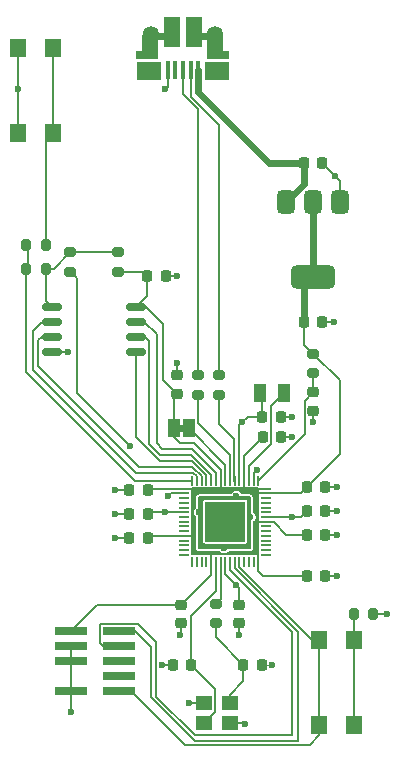
<source format=gbr>
%TF.GenerationSoftware,KiCad,Pcbnew,9.0.1*%
%TF.CreationDate,2025-04-23T18:23:55-07:00*%
%TF.ProjectId,rp2350,72703233-3530-42e6-9b69-6361645f7063,rev?*%
%TF.SameCoordinates,Original*%
%TF.FileFunction,Copper,L1,Top*%
%TF.FilePolarity,Positive*%
%FSLAX46Y46*%
G04 Gerber Fmt 4.6, Leading zero omitted, Abs format (unit mm)*
G04 Created by KiCad (PCBNEW 9.0.1) date 2025-04-23 18:23:55*
%MOMM*%
%LPD*%
G01*
G04 APERTURE LIST*
G04 Aperture macros list*
%AMRoundRect*
0 Rectangle with rounded corners*
0 $1 Rounding radius*
0 $2 $3 $4 $5 $6 $7 $8 $9 X,Y pos of 4 corners*
0 Add a 4 corners polygon primitive as box body*
4,1,4,$2,$3,$4,$5,$6,$7,$8,$9,$2,$3,0*
0 Add four circle primitives for the rounded corners*
1,1,$1+$1,$2,$3*
1,1,$1+$1,$4,$5*
1,1,$1+$1,$6,$7*
1,1,$1+$1,$8,$9*
0 Add four rect primitives between the rounded corners*
20,1,$1+$1,$2,$3,$4,$5,0*
20,1,$1+$1,$4,$5,$6,$7,0*
20,1,$1+$1,$6,$7,$8,$9,0*
20,1,$1+$1,$8,$9,$2,$3,0*%
G04 Aperture macros list end*
%TA.AperFunction,EtchedComponent*%
%ADD10C,0.000000*%
%TD*%
%TA.AperFunction,SMDPad,CuDef*%
%ADD11R,2.790000X0.740000*%
%TD*%
%TA.AperFunction,SMDPad,CuDef*%
%ADD12R,1.000000X1.500000*%
%TD*%
%TA.AperFunction,SMDPad,CuDef*%
%ADD13RoundRect,0.050000X-0.350000X-0.050000X0.350000X-0.050000X0.350000X0.050000X-0.350000X0.050000X0*%
%TD*%
%TA.AperFunction,SMDPad,CuDef*%
%ADD14RoundRect,0.050000X-0.050000X-0.350000X0.050000X-0.350000X0.050000X0.350000X-0.050000X0.350000X0*%
%TD*%
%TA.AperFunction,HeatsinkPad*%
%ADD15C,0.500000*%
%TD*%
%TA.AperFunction,HeatsinkPad*%
%ADD16R,3.400000X3.400000*%
%TD*%
%TA.AperFunction,SMDPad,CuDef*%
%ADD17R,1.400000X1.200000*%
%TD*%
%TA.AperFunction,SMDPad,CuDef*%
%ADD18R,1.825000X0.700000*%
%TD*%
%TA.AperFunction,SMDPad,CuDef*%
%ADD19R,2.000000X1.500000*%
%TD*%
%TA.AperFunction,SMDPad,CuDef*%
%ADD20R,1.350000X2.000000*%
%TD*%
%TA.AperFunction,HeatsinkPad*%
%ADD21O,1.350000X1.700000*%
%TD*%
%TA.AperFunction,HeatsinkPad*%
%ADD22O,1.100000X1.500000*%
%TD*%
%TA.AperFunction,SMDPad,CuDef*%
%ADD23R,1.430000X2.500000*%
%TD*%
%TA.AperFunction,SMDPad,CuDef*%
%ADD24R,0.400000X1.650000*%
%TD*%
%TA.AperFunction,SMDPad,CuDef*%
%ADD25RoundRect,0.200000X0.275000X-0.200000X0.275000X0.200000X-0.275000X0.200000X-0.275000X-0.200000X0*%
%TD*%
%TA.AperFunction,SMDPad,CuDef*%
%ADD26RoundRect,0.162500X-0.650000X-0.162500X0.650000X-0.162500X0.650000X0.162500X-0.650000X0.162500X0*%
%TD*%
%TA.AperFunction,SMDPad,CuDef*%
%ADD27RoundRect,0.200000X-0.200000X-0.275000X0.200000X-0.275000X0.200000X0.275000X-0.200000X0.275000X0*%
%TD*%
%TA.AperFunction,SMDPad,CuDef*%
%ADD28RoundRect,0.200000X0.200000X0.275000X-0.200000X0.275000X-0.200000X-0.275000X0.200000X-0.275000X0*%
%TD*%
%TA.AperFunction,SMDPad,CuDef*%
%ADD29RoundRect,0.225000X-0.225000X-0.250000X0.225000X-0.250000X0.225000X0.250000X-0.225000X0.250000X0*%
%TD*%
%TA.AperFunction,SMDPad,CuDef*%
%ADD30R,1.400000X1.600000*%
%TD*%
%TA.AperFunction,SMDPad,CuDef*%
%ADD31RoundRect,0.225000X0.225000X0.250000X-0.225000X0.250000X-0.225000X-0.250000X0.225000X-0.250000X0*%
%TD*%
%TA.AperFunction,SMDPad,CuDef*%
%ADD32RoundRect,0.200000X-0.275000X0.200000X-0.275000X-0.200000X0.275000X-0.200000X0.275000X0.200000X0*%
%TD*%
%TA.AperFunction,SMDPad,CuDef*%
%ADD33RoundRect,0.225000X-0.250000X0.225000X-0.250000X-0.225000X0.250000X-0.225000X0.250000X0.225000X0*%
%TD*%
%TA.AperFunction,SMDPad,CuDef*%
%ADD34R,1.000000X1.600000*%
%TD*%
%TA.AperFunction,SMDPad,CuDef*%
%ADD35RoundRect,0.375000X-0.375000X0.625000X-0.375000X-0.625000X0.375000X-0.625000X0.375000X0.625000X0*%
%TD*%
%TA.AperFunction,SMDPad,CuDef*%
%ADD36RoundRect,0.500000X-1.400000X0.500000X-1.400000X-0.500000X1.400000X-0.500000X1.400000X0.500000X0*%
%TD*%
%TA.AperFunction,SMDPad,CuDef*%
%ADD37RoundRect,0.225000X0.250000X-0.225000X0.250000X0.225000X-0.250000X0.225000X-0.250000X-0.225000X0*%
%TD*%
%TA.AperFunction,ViaPad*%
%ADD38C,0.600000*%
%TD*%
%TA.AperFunction,Conductor*%
%ADD39C,0.150000*%
%TD*%
%TA.AperFunction,Conductor*%
%ADD40C,0.200000*%
%TD*%
%TA.AperFunction,Conductor*%
%ADD41C,0.600000*%
%TD*%
%TA.AperFunction,Conductor*%
%ADD42C,0.100000*%
%TD*%
G04 APERTURE END LIST*
D10*
%TA.AperFunction,EtchedComponent*%
%TO.C,JP1*%
G36*
X120100000Y-85300000D02*
G01*
X119600000Y-85300000D01*
X119600000Y-84700000D01*
X120100000Y-84700000D01*
X120100000Y-85300000D01*
G37*
%TD.AperFunction*%
%TD*%
D11*
%TO.P,J1,01,01*%
%TO.N,+3V3*%
X110500000Y-102170000D03*
%TO.P,J1,02,02*%
%TO.N,/SWDIO*%
X114570000Y-102170000D03*
%TO.P,J1,03,03*%
%TO.N,GND*%
X110500000Y-103440000D03*
%TO.P,J1,04,04*%
%TO.N,/SWCLK*%
X114570000Y-103440000D03*
%TO.P,J1,05,05*%
%TO.N,GND*%
X110500000Y-104710000D03*
%TO.P,J1,06,06*%
%TO.N,unconnected-(J1-Pad06)*%
X114570000Y-104710000D03*
%TO.P,J1,08,08*%
%TO.N,unconnected-(J1-Pad08)*%
X114570000Y-105980000D03*
%TO.P,J1,09,09*%
%TO.N,GND*%
X110500000Y-107250000D03*
%TO.P,J1,10,10*%
%TO.N,/RUN*%
X114570000Y-107250000D03*
%TD*%
D12*
%TO.P,JP1,2,B*%
%TO.N,Net-(JP1-B)*%
X120500000Y-85000000D03*
%TO.P,JP1,1,A*%
%TO.N,+3V3*%
X119200000Y-85000000D03*
%TD*%
D13*
%TO.P,U4,1,IOVDD*%
%TO.N,+3V3*%
X120112500Y-90100000D03*
%TO.P,U4,2,GPIO0*%
%TO.N,/GPIO0*%
X120112500Y-90500000D03*
%TO.P,U4,3,GPIO1*%
%TO.N,unconnected-(U4-GPIO1-Pad3)*%
X120112500Y-90900000D03*
%TO.P,U4,4,GPIO2*%
%TO.N,unconnected-(U4-GPIO2-Pad4)*%
X120112500Y-91300000D03*
%TO.P,U4,5,GPIO3*%
%TO.N,unconnected-(U4-GPIO3-Pad5)*%
X120112500Y-91700000D03*
%TO.P,U4,6,DVDD*%
%TO.N,+1V1*%
X120112500Y-92100000D03*
%TO.P,U4,7,GPIO4*%
%TO.N,unconnected-(U4-GPIO4-Pad7)*%
X120112500Y-92500000D03*
%TO.P,U4,8,GPIO5*%
%TO.N,unconnected-(U4-GPIO5-Pad8)*%
X120112500Y-92900000D03*
%TO.P,U4,9,GPIO6*%
%TO.N,unconnected-(U4-GPIO6-Pad9)*%
X120112500Y-93300000D03*
%TO.P,U4,10,GPIO7*%
%TO.N,unconnected-(U4-GPIO7-Pad10)*%
X120112500Y-93700000D03*
%TO.P,U4,11,IOVDD*%
%TO.N,+3V3*%
X120112500Y-94100000D03*
%TO.P,U4,12,GPIO8*%
%TO.N,unconnected-(U4-GPIO8-Pad12)*%
X120112500Y-94500000D03*
%TO.P,U4,13,GPIO9*%
%TO.N,unconnected-(U4-GPIO9-Pad13)*%
X120112500Y-94900000D03*
%TO.P,U4,14,GPIO10*%
%TO.N,unconnected-(U4-GPIO10-Pad14)*%
X120112500Y-95300000D03*
%TO.P,U4,15,GPIO11*%
%TO.N,unconnected-(U4-GPIO11-Pad15)*%
X120112500Y-95700000D03*
D14*
%TO.P,U4,16,GPIO12*%
%TO.N,unconnected-(U4-GPIO12-Pad16)*%
X120762500Y-96350000D03*
%TO.P,U4,17,GPIO13*%
%TO.N,unconnected-(U4-GPIO13-Pad17)*%
X121162500Y-96350000D03*
%TO.P,U4,18,GPIO14*%
%TO.N,unconnected-(U4-GPIO14-Pad18)*%
X121562500Y-96350000D03*
%TO.P,U4,19,GPIO15*%
%TO.N,unconnected-(U4-GPIO15-Pad19)*%
X121962500Y-96350000D03*
%TO.P,U4,20,IOVDD*%
%TO.N,+3V3*%
X122362500Y-96350000D03*
%TO.P,U4,21,XIN*%
%TO.N,/XIN*%
X122762500Y-96350000D03*
%TO.P,U4,22,XOUT*%
%TO.N,/XOUT*%
X123162500Y-96350000D03*
%TO.P,U4,23,DVDD*%
%TO.N,+1V1*%
X123562500Y-96350000D03*
%TO.P,U4,24,SWCLK*%
%TO.N,/SWCLK*%
X123962500Y-96350000D03*
%TO.P,U4,25,SWDIO*%
%TO.N,/SWDIO*%
X124362500Y-96350000D03*
%TO.P,U4,26,RUN*%
%TO.N,/RUN*%
X124762500Y-96350000D03*
%TO.P,U4,27,GPIO16*%
%TO.N,unconnected-(U4-GPIO16-Pad27)*%
X125162500Y-96350000D03*
%TO.P,U4,28,GPIO17*%
%TO.N,unconnected-(U4-GPIO17-Pad28)*%
X125562500Y-96350000D03*
%TO.P,U4,29,GPIO18*%
%TO.N,unconnected-(U4-GPIO18-Pad29)*%
X125962500Y-96350000D03*
%TO.P,U4,30,IOVDD*%
%TO.N,+3V3*%
X126362500Y-96350000D03*
D13*
%TO.P,U4,31,GPIO19*%
%TO.N,unconnected-(U4-GPIO19-Pad31)*%
X127012500Y-95700000D03*
%TO.P,U4,32,GPIO20*%
%TO.N,unconnected-(U4-GPIO20-Pad32)*%
X127012500Y-95300000D03*
%TO.P,U4,33,GPIO21*%
%TO.N,unconnected-(U4-GPIO21-Pad33)*%
X127012500Y-94900000D03*
%TO.P,U4,34,GPIO22*%
%TO.N,unconnected-(U4-GPIO22-Pad34)*%
X127012500Y-94500000D03*
%TO.P,U4,35,GPIO23*%
%TO.N,unconnected-(U4-GPIO23-Pad35)*%
X127012500Y-94100000D03*
%TO.P,U4,36,GPIO24*%
%TO.N,unconnected-(U4-GPIO24-Pad36)*%
X127012500Y-93700000D03*
%TO.P,U4,37,GPIO25*%
%TO.N,unconnected-(U4-GPIO25-Pad37)*%
X127012500Y-93300000D03*
%TO.P,U4,38,IOVDD*%
%TO.N,+3V3*%
X127012500Y-92900000D03*
%TO.P,U4,39,DVDD*%
%TO.N,+1V1*%
X127012500Y-92500000D03*
%TO.P,U4,40,GPIO26_ADC0*%
%TO.N,unconnected-(U4-GPIO26_ADC0-Pad40)*%
X127012500Y-92100000D03*
%TO.P,U4,41,GPIO27_ADC1*%
%TO.N,unconnected-(U4-GPIO27_ADC1-Pad41)*%
X127012500Y-91700000D03*
%TO.P,U4,42,GPIO28_ADC2*%
%TO.N,unconnected-(U4-GPIO28_ADC2-Pad42)*%
X127012500Y-91300000D03*
%TO.P,U4,43,GPIO29_ADC3*%
%TO.N,unconnected-(U4-GPIO29_ADC3-Pad43)*%
X127012500Y-90900000D03*
%TO.P,U4,44,ADC_AVDD*%
%TO.N,+3V3*%
X127012500Y-90500000D03*
%TO.P,U4,45,IOVDD*%
X127012500Y-90100000D03*
D14*
%TO.P,U4,46,VREG_AVDD*%
%TO.N,Net-(U4-VREG_AVDD)*%
X126362500Y-89450000D03*
%TO.P,U4,47,VREG_PGND*%
%TO.N,GND*%
X125962500Y-89450000D03*
%TO.P,U4,48,VREG_LX*%
%TO.N,Net-(U4-VREG_LX)*%
X125562500Y-89450000D03*
%TO.P,U4,49,VREG_VIN*%
%TO.N,+3V3*%
X125162500Y-89450000D03*
%TO.P,U4,50,VREG_FB*%
%TO.N,+1V1*%
X124762500Y-89450000D03*
%TO.P,U4,51,USB_DM*%
%TO.N,Net-(U4-USB_DM)*%
X124362500Y-89450000D03*
%TO.P,U4,52,USB_DP*%
%TO.N,Net-(U4-USB_DP)*%
X123962500Y-89450000D03*
%TO.P,U4,53,USB_OTP_VDD*%
%TO.N,Net-(JP1-B)*%
X123562500Y-89450000D03*
%TO.P,U4,54,QSPI_IOVDD*%
%TO.N,+3V3*%
X123162500Y-89450000D03*
%TO.P,U4,55,QSPI_SD3*%
%TO.N,/QSPI_SD3*%
X122762500Y-89450000D03*
%TO.P,U4,56,QSPI_SCLK*%
%TO.N,/QSPI_SCLK*%
X122362500Y-89450000D03*
%TO.P,U4,57,QSPI_SD0*%
%TO.N,/QSPI_SD0*%
X121962500Y-89450000D03*
%TO.P,U4,58,QSPI_SD2*%
%TO.N,/QSPI_SD2*%
X121562500Y-89450000D03*
%TO.P,U4,59,QSPI_SD1*%
%TO.N,/QSPI_SD1*%
X121162500Y-89450000D03*
%TO.P,U4,60,QSPI_SS*%
%TO.N,/QSPI_SS*%
X120762500Y-89450000D03*
D15*
%TO.P,U4,61,GND*%
%TO.N,GND*%
X122112500Y-91450000D03*
X122112500Y-92900000D03*
X122112500Y-94350000D03*
X123562500Y-91450000D03*
X123562500Y-92900000D03*
D16*
X123562500Y-92900000D03*
D15*
X123562500Y-94350000D03*
X125012500Y-91450000D03*
X125012500Y-92900000D03*
X125012500Y-94350000D03*
%TD*%
D17*
%TO.P,Y1,1,1*%
%TO.N,/XIN*%
X121750000Y-109950000D03*
%TO.P,Y1,2,2*%
%TO.N,GND*%
X123950000Y-109950000D03*
%TO.P,Y1,3,3*%
%TO.N,Net-(C2-Pad2)*%
X123950000Y-108250000D03*
%TO.P,Y1,4,4*%
%TO.N,GND*%
X121750000Y-108250000D03*
%TD*%
D18*
%TO.P,J3,6,Shield*%
%TO.N,GND*%
X116980000Y-53430000D03*
D19*
X117080000Y-54750000D03*
D20*
X117230000Y-52680000D03*
D21*
X117250000Y-51750000D03*
D22*
X117560000Y-54750000D03*
D23*
X119020000Y-51480000D03*
X120940000Y-51480000D03*
D22*
X122400000Y-54750000D03*
D21*
X122710000Y-51750000D03*
D20*
X122710000Y-52680000D03*
D19*
X122830000Y-54730000D03*
D18*
X122930000Y-53430000D03*
D24*
%TO.P,J3,5,GND*%
X118680000Y-54630000D03*
%TO.P,J3,4,ID*%
%TO.N,unconnected-(J3-ID-Pad4)*%
X119330000Y-54630000D03*
%TO.P,J3,3,D+*%
%TO.N,/DP*%
X119980000Y-54630000D03*
%TO.P,J3,2,D-*%
%TO.N,/DM*%
X120630000Y-54630000D03*
%TO.P,J3,1,VBUS*%
%TO.N,VBUS*%
X121280000Y-54630000D03*
%TD*%
D25*
%TO.P,R1,1*%
%TO.N,/GPIO0*%
X110461500Y-71745000D03*
%TO.P,R1,2*%
%TO.N,Net-(U2-~{CS})*%
X110461500Y-70095000D03*
%TD*%
D26*
%TO.P,U2,1,~{CS}*%
%TO.N,Net-(U2-~{CS})*%
X108874000Y-74690000D03*
%TO.P,U2,2,DO/IO_{1}*%
%TO.N,/QSPI_SD1*%
X108874000Y-75960000D03*
%TO.P,U2,3,~{WP}/IO_{2}*%
%TO.N,/QSPI_SD2*%
X108874000Y-77230000D03*
%TO.P,U2,4,GND*%
%TO.N,GND*%
X108874000Y-78500000D03*
%TO.P,U2,5,DI/IO_{0}*%
%TO.N,/QSPI_SD0*%
X116049000Y-78500000D03*
%TO.P,U2,6,CLK*%
%TO.N,/QSPI_SCLK*%
X116049000Y-77230000D03*
%TO.P,U2,7,~{HOLD}/~{RESET}/IO_{3}*%
%TO.N,/QSPI_SD3*%
X116049000Y-75960000D03*
%TO.P,U2,8,VCC*%
%TO.N,+3V3*%
X116049000Y-74690000D03*
%TD*%
D27*
%TO.P,R2,1*%
%TO.N,/QSPI_SS*%
X106724000Y-71500000D03*
%TO.P,R2,2*%
%TO.N,Net-(U2-~{CS})*%
X108374000Y-71500000D03*
%TD*%
D25*
%TO.P,R3,1*%
%TO.N,+3V3*%
X114461500Y-71745000D03*
%TO.P,R3,2*%
%TO.N,Net-(U2-~{CS})*%
X114461500Y-70095000D03*
%TD*%
D28*
%TO.P,R9,1*%
%TO.N,/~{USB_BOOT}*%
X108374000Y-69500000D03*
%TO.P,R9,2*%
%TO.N,/QSPI_SS*%
X106724000Y-69500000D03*
%TD*%
D29*
%TO.P,C3,1*%
%TO.N,+3V3*%
X116961500Y-72095000D03*
%TO.P,C3,2*%
%TO.N,GND*%
X118511500Y-72095000D03*
%TD*%
D30*
%TO.P,SW2,2,2*%
%TO.N,/RUN*%
X131500000Y-110100000D03*
X131500000Y-102900000D03*
%TO.P,SW2,1,1*%
%TO.N,Net-(R7-Pad1)*%
X134500000Y-110100000D03*
X134500000Y-102900000D03*
%TD*%
D29*
%TO.P,C4,1*%
%TO.N,+3V3*%
X126725000Y-85750000D03*
%TO.P,C4,2*%
%TO.N,GND*%
X128275000Y-85750000D03*
%TD*%
D31*
%TO.P,C13,1*%
%TO.N,+3V3*%
X117000000Y-90250000D03*
%TO.P,C13,2*%
%TO.N,GND*%
X115450000Y-90250000D03*
%TD*%
%TO.P,C2,1*%
%TO.N,GND*%
X126650000Y-105000000D03*
%TO.P,C2,2*%
%TO.N,Net-(C2-Pad2)*%
X125100000Y-105000000D03*
%TD*%
%TO.P,C8,1*%
%TO.N,+1V1*%
X117000000Y-92250000D03*
%TO.P,C8,2*%
%TO.N,GND*%
X115450000Y-92250000D03*
%TD*%
D32*
%TO.P,R8,1*%
%TO.N,+3V3*%
X131000000Y-78675000D03*
%TO.P,R8,2*%
%TO.N,Net-(U4-VREG_AVDD)*%
X131000000Y-80325000D03*
%TD*%
D29*
%TO.P,C6,1*%
%TO.N,+1V1*%
X126700000Y-84000000D03*
%TO.P,C6,2*%
%TO.N,GND*%
X128250000Y-84000000D03*
%TD*%
%TO.P,C16,1*%
%TO.N,+3V3*%
X130450000Y-97500000D03*
%TO.P,C16,2*%
%TO.N,GND*%
X132000000Y-97500000D03*
%TD*%
D33*
%TO.P,C7,1*%
%TO.N,Net-(U4-VREG_AVDD)*%
X131000000Y-81950000D03*
%TO.P,C7,2*%
%TO.N,GND*%
X131000000Y-83500000D03*
%TD*%
D29*
%TO.P,C9,1*%
%TO.N,+3V3*%
X130225000Y-76000000D03*
%TO.P,C9,2*%
%TO.N,GND*%
X131775000Y-76000000D03*
%TD*%
D34*
%TO.P,L1,1,1*%
%TO.N,+1V1*%
X126500000Y-82000000D03*
%TO.P,L1,2,2*%
%TO.N,Net-(U4-VREG_LX)*%
X128500000Y-82000000D03*
%TD*%
D25*
%TO.P,R11,1*%
%TO.N,Net-(U4-USB_DM)*%
X123000000Y-82150000D03*
%TO.P,R11,2*%
%TO.N,/DM*%
X123000000Y-80500000D03*
%TD*%
D29*
%TO.P,C1,1*%
%TO.N,GND*%
X119100000Y-105000000D03*
%TO.P,C1,2*%
%TO.N,/XIN*%
X120650000Y-105000000D03*
%TD*%
%TO.P,C11,1*%
%TO.N,+1V1*%
X130450000Y-92000000D03*
%TO.P,C11,2*%
%TO.N,GND*%
X132000000Y-92000000D03*
%TD*%
D33*
%TO.P,C10,1*%
%TO.N,+1V1*%
X124750000Y-99950000D03*
%TO.P,C10,2*%
%TO.N,GND*%
X124750000Y-101500000D03*
%TD*%
D25*
%TO.P,R10,1*%
%TO.N,Net-(U4-USB_DP)*%
X121250000Y-82150000D03*
%TO.P,R10,2*%
%TO.N,/DP*%
X121250000Y-80500000D03*
%TD*%
D29*
%TO.P,C5,1*%
%TO.N,VBUS*%
X130225000Y-62500000D03*
%TO.P,C5,2*%
%TO.N,GND*%
X131775000Y-62500000D03*
%TD*%
D31*
%TO.P,C15,1*%
%TO.N,+3V3*%
X117000000Y-94250000D03*
%TO.P,C15,2*%
%TO.N,GND*%
X115450000Y-94250000D03*
%TD*%
D29*
%TO.P,C17,1*%
%TO.N,+3V3*%
X130450000Y-90000000D03*
%TO.P,C17,2*%
%TO.N,GND*%
X132000000Y-90000000D03*
%TD*%
%TO.P,C14,1*%
%TO.N,+3V3*%
X130450000Y-94000000D03*
%TO.P,C14,2*%
%TO.N,GND*%
X132000000Y-94000000D03*
%TD*%
D30*
%TO.P,SW1,1,1*%
%TO.N,GND*%
X106000000Y-60000000D03*
X106000000Y-52800000D03*
%TO.P,SW1,2,2*%
%TO.N,/~{USB_BOOT}*%
X109000000Y-60000000D03*
X109000000Y-52800000D03*
%TD*%
D35*
%TO.P,U3,1,GND*%
%TO.N,GND*%
X133300000Y-65850000D03*
%TO.P,U3,2,VO*%
%TO.N,+3V3*%
X131000000Y-65850000D03*
D36*
X131000000Y-72150000D03*
D35*
%TO.P,U3,3,VI*%
%TO.N,VBUS*%
X128700000Y-65850000D03*
%TD*%
D37*
%TO.P,C12,1*%
%TO.N,+3V3*%
X119500000Y-82050000D03*
%TO.P,C12,2*%
%TO.N,GND*%
X119500000Y-80500000D03*
%TD*%
D33*
%TO.P,C18,1*%
%TO.N,+3V3*%
X119800000Y-99950000D03*
%TO.P,C18,2*%
%TO.N,GND*%
X119800000Y-101500000D03*
%TD*%
D25*
%TO.P,R6,1*%
%TO.N,Net-(C2-Pad2)*%
X122800000Y-101500000D03*
%TO.P,R6,2*%
%TO.N,/XOUT*%
X122800000Y-99850000D03*
%TD*%
D27*
%TO.P,R7,1*%
%TO.N,Net-(R7-Pad1)*%
X134425000Y-100750000D03*
%TO.P,R7,2*%
%TO.N,GND*%
X136075000Y-100750000D03*
%TD*%
D38*
%TO.N,GND*%
X110500000Y-109000000D03*
X125250000Y-110000000D03*
X120500000Y-108250000D03*
X119513646Y-72083265D03*
%TO.N,/GPIO0*%
X118750000Y-90750000D03*
X115500000Y-86500000D03*
%TO.N,GND*%
X118500000Y-56250000D03*
X110250000Y-78500000D03*
X126250000Y-88500000D03*
X119500000Y-79500000D03*
X133000000Y-97500000D03*
X133000000Y-90000000D03*
X133000000Y-92000000D03*
X133000000Y-94000000D03*
X137250000Y-100750000D03*
X132875000Y-63625000D03*
X132750000Y-76000000D03*
X127500000Y-105000000D03*
X118250000Y-105000000D03*
X131000000Y-84500000D03*
X129250000Y-85750000D03*
X129250000Y-84000000D03*
%TO.N,+1V1*%
X125000000Y-84500000D03*
X124500000Y-90750000D03*
%TO.N,GND*%
X119750000Y-102500000D03*
X124750000Y-102500000D03*
X106000000Y-56250000D03*
X114250000Y-94250000D03*
X114250000Y-92250000D03*
X114250000Y-90250000D03*
%TO.N,+1V1*%
X123494987Y-95143049D03*
X124500000Y-98250000D03*
X118500000Y-92100000D03*
X121359258Y-92099966D03*
X129250000Y-92500000D03*
X125692179Y-92498886D03*
%TD*%
D39*
%TO.N,/SWDIO*%
X117250000Y-107750000D02*
X117250000Y-103500000D01*
X121000000Y-111500000D02*
X117250000Y-107750000D01*
X129750000Y-111500000D02*
X121000000Y-111500000D01*
X117250000Y-103500000D02*
X115920000Y-102170000D01*
X129750000Y-102250000D02*
X129750000Y-111500000D01*
X115920000Y-102170000D02*
X114570000Y-102170000D01*
X124362500Y-96862500D02*
X129750000Y-102250000D01*
X124362500Y-96350000D02*
X124362500Y-96862500D01*
%TO.N,/RUN*%
X131500000Y-111000000D02*
X131500000Y-110100000D01*
X120145000Y-111800000D02*
X130700000Y-111800000D01*
X115595000Y-107250000D02*
X120145000Y-111800000D01*
X114570000Y-107250000D02*
X115595000Y-107250000D01*
X130700000Y-111800000D02*
X131500000Y-111000000D01*
D40*
%TO.N,+3V3*%
X112720000Y-99950000D02*
X119800000Y-99950000D01*
X110500000Y-102170000D02*
X112720000Y-99950000D01*
D39*
%TO.N,/SWCLK*%
X113190000Y-103440000D02*
X114570000Y-103440000D01*
X112949000Y-103199000D02*
X113190000Y-103440000D01*
X112949000Y-101574000D02*
X112949000Y-103199000D01*
X116191000Y-101574000D02*
X112949000Y-101574000D01*
X117724000Y-103107000D02*
X116191000Y-101574000D01*
X117724000Y-107724000D02*
X117724000Y-103107000D01*
X121000000Y-111000000D02*
X117724000Y-107724000D01*
X129250000Y-111000000D02*
X121000000Y-111000000D01*
X129250000Y-102250000D02*
X129250000Y-111000000D01*
X123962500Y-96962500D02*
X129250000Y-102250000D01*
X123962500Y-96350000D02*
X123962500Y-96962500D01*
%TO.N,GND*%
X110500000Y-103440000D02*
X110500000Y-109000000D01*
%TO.N,/~{USB_BOOT}*%
X108374000Y-60626000D02*
X109000000Y-60000000D01*
X108374000Y-69500000D02*
X108374000Y-60626000D01*
%TO.N,/DM*%
X120630000Y-56955736D02*
X123000000Y-59325736D01*
X123000000Y-80500000D02*
X123000000Y-59325736D01*
%TO.N,/DP*%
X119980000Y-56730000D02*
X121250000Y-58000000D01*
X121250000Y-80500000D02*
X121250000Y-58000000D01*
%TO.N,Net-(U4-USB_DM)*%
X124343503Y-85937500D02*
X124343503Y-89431003D01*
X124343503Y-89431003D02*
X124362500Y-89450000D01*
X123000000Y-84593997D02*
X124343503Y-85937500D01*
X123000000Y-82150000D02*
X123000000Y-84593997D01*
%TO.N,Net-(U4-USB_DP)*%
X123962500Y-89450000D02*
X123962500Y-87250000D01*
X121250000Y-84537500D02*
X121250000Y-82150000D01*
X123962500Y-87250000D02*
X121250000Y-84537500D01*
D40*
%TO.N,Net-(JP1-B)*%
X123562500Y-88062500D02*
X123562500Y-89450000D01*
X120500000Y-85000000D02*
X123562500Y-88062500D01*
%TO.N,+3V3*%
X118335750Y-80885750D02*
X118335750Y-76164250D01*
X119500000Y-82050000D02*
X118335750Y-80885750D01*
X119200000Y-82350000D02*
X119500000Y-82050000D01*
X119200000Y-85000000D02*
X119200000Y-82350000D01*
X116861499Y-74690000D02*
X116049000Y-74690000D01*
X118335750Y-76164250D02*
X116861499Y-74690000D01*
X123162500Y-88500000D02*
X123162500Y-89450000D01*
X120912500Y-86250000D02*
X123162500Y-88500000D01*
X119750000Y-86250000D02*
X120912500Y-86250000D01*
X119200000Y-85700000D02*
X119750000Y-86250000D01*
X119200000Y-85000000D02*
X119200000Y-85700000D01*
D39*
X123162500Y-90103389D02*
X123164666Y-90105555D01*
D40*
X123162500Y-89450000D02*
X123162500Y-90103389D01*
D39*
X126285853Y-90100000D02*
X126284149Y-90098296D01*
D40*
X127012500Y-90100000D02*
X126285853Y-90100000D01*
X127650000Y-92900000D02*
X127012500Y-92900000D01*
X128750000Y-94000000D02*
X127650000Y-92900000D01*
X130450000Y-94000000D02*
X128750000Y-94000000D01*
D39*
%TO.N,/QSPI_SD0*%
X121962500Y-88962500D02*
X121962500Y-89450000D01*
X118000000Y-87750000D02*
X120750000Y-87750000D01*
X116000000Y-85750000D02*
X118000000Y-87750000D01*
X116000000Y-78549000D02*
X116000000Y-85750000D01*
X120750000Y-87750000D02*
X121962500Y-88962500D01*
X116049000Y-78500000D02*
X116000000Y-78549000D01*
%TO.N,/GPIO0*%
X111000000Y-82000000D02*
X115500000Y-86500000D01*
X111000000Y-72283500D02*
X111000000Y-82000000D01*
X110461500Y-71745000D02*
X111000000Y-72283500D01*
%TO.N,/QSPI_SD2*%
X120788178Y-88250000D02*
X121562500Y-89024322D01*
X121562500Y-89024322D02*
X121562500Y-89450000D01*
X116250000Y-88250000D02*
X120788178Y-88250000D01*
X107750000Y-79750000D02*
X116250000Y-88250000D01*
X107750000Y-77541501D02*
X107750000Y-79750000D01*
X108061501Y-77230000D02*
X107750000Y-77541501D01*
X108874000Y-77230000D02*
X108061501Y-77230000D01*
%TO.N,GND*%
X108874000Y-78500000D02*
X110250000Y-78500000D01*
%TO.N,/QSPI_SD1*%
X116000000Y-88750000D02*
X120862500Y-88750000D01*
X107299000Y-80049000D02*
X116000000Y-88750000D01*
X108061501Y-75960000D02*
X107299000Y-76722501D01*
X108874000Y-75960000D02*
X108061501Y-75960000D01*
X107299000Y-76722501D02*
X107299000Y-80049000D01*
%TO.N,/QSPI_SS*%
X115950000Y-89450000D02*
X120762500Y-89450000D01*
X106724000Y-80224000D02*
X115950000Y-89450000D01*
X106724000Y-71500000D02*
X106724000Y-80224000D01*
%TO.N,GND*%
X125200000Y-109950000D02*
X125250000Y-110000000D01*
X123950000Y-109950000D02*
X125200000Y-109950000D01*
X121750000Y-108250000D02*
X120500000Y-108250000D01*
%TO.N,/XIN*%
X122676000Y-107026000D02*
X120650000Y-105000000D01*
X122676000Y-109024000D02*
X122676000Y-107026000D01*
X121750000Y-109950000D02*
X122676000Y-109024000D01*
%TO.N,Net-(C2-Pad2)*%
X123950000Y-107550000D02*
X125100000Y-106400000D01*
X123950000Y-108250000D02*
X123950000Y-107550000D01*
X125100000Y-106400000D02*
X125100000Y-105000000D01*
%TO.N,GND*%
X119501911Y-72095000D02*
X119513646Y-72083265D01*
D40*
X118511500Y-72095000D02*
X119501911Y-72095000D01*
%TO.N,+3V3*%
X131000000Y-78675000D02*
X133250000Y-80925000D01*
X133250000Y-80925000D02*
X133250000Y-87200000D01*
X133250000Y-87200000D02*
X130450000Y-90000000D01*
D39*
%TO.N,/GPIO0*%
X119000000Y-90500000D02*
X120112500Y-90500000D01*
X118750000Y-90750000D02*
X119000000Y-90500000D01*
%TO.N,/QSPI_SD1*%
X121162500Y-89450000D02*
X121162500Y-89050000D01*
X121162500Y-89050000D02*
X120862500Y-88750000D01*
%TO.N,/QSPI_SD0*%
X121962500Y-89450000D02*
X121962500Y-88998644D01*
%TO.N,/XIN*%
X120650000Y-100917002D02*
X120650000Y-105000000D01*
X122762500Y-96350000D02*
X122762500Y-98804502D01*
X122762500Y-98804502D02*
X120650000Y-100917002D01*
D41*
%TO.N,GND*%
X121210000Y-51750000D02*
X122710000Y-51750000D01*
X117250000Y-51750000D02*
X118750000Y-51750000D01*
D39*
X118750000Y-51750000D02*
X119020000Y-51480000D01*
D41*
%TO.N,VBUS*%
X127250000Y-62500000D02*
X130225000Y-62500000D01*
X121280000Y-56530000D02*
X127250000Y-62500000D01*
X121280000Y-54630000D02*
X121280000Y-56530000D01*
D40*
%TO.N,GND*%
X118680000Y-56070000D02*
X118500000Y-56250000D01*
X118680000Y-54630000D02*
X118680000Y-56070000D01*
D39*
%TO.N,Net-(U4-VREG_AVDD)*%
X130299000Y-85513500D02*
X126362500Y-89450000D01*
X130299000Y-82651000D02*
X130299000Y-85513500D01*
X131000000Y-81950000D02*
X130299000Y-82651000D01*
%TO.N,Net-(U2-~{CS})*%
X110461500Y-70095000D02*
X114461500Y-70095000D01*
%TO.N,/QSPI_SS*%
X106724000Y-71500000D02*
X106875000Y-71349000D01*
X106875000Y-71349000D02*
X106875000Y-69500000D01*
D40*
%TO.N,+3V3*%
X116961500Y-73777500D02*
X116961500Y-72095000D01*
D39*
%TO.N,Net-(U2-~{CS})*%
X108374000Y-74190000D02*
X108374000Y-71500000D01*
X108874000Y-74690000D02*
X108374000Y-74190000D01*
D40*
%TO.N,+3V3*%
X114461500Y-71745000D02*
X116611500Y-71745000D01*
D39*
%TO.N,Net-(U2-~{CS})*%
X110454000Y-70095000D02*
X109049000Y-71500000D01*
D40*
%TO.N,+3V3*%
X116049000Y-74690000D02*
X116961500Y-73777500D01*
D39*
%TO.N,Net-(U2-~{CS})*%
X109049000Y-71500000D02*
X108374000Y-71500000D01*
%TO.N,+3V3*%
X116611500Y-71745000D02*
X116961500Y-72095000D01*
D40*
%TO.N,Net-(U2-~{CS})*%
X110461500Y-70095000D02*
X110454000Y-70095000D01*
%TO.N,+3V3*%
X125162500Y-89450000D02*
X125162500Y-90248177D01*
D39*
%TO.N,GND*%
X125962500Y-88787500D02*
X126250000Y-88500000D01*
X125962500Y-89450000D02*
X125962500Y-88787500D01*
%TO.N,Net-(U4-VREG_LX)*%
X125562500Y-88187500D02*
X125562500Y-89450000D01*
X127401000Y-86349000D02*
X125562500Y-88187500D01*
X127401000Y-83099000D02*
X127401000Y-86349000D01*
X128500000Y-82000000D02*
X127401000Y-83099000D01*
D40*
%TO.N,+3V3*%
X122362500Y-97387500D02*
X119800000Y-99950000D01*
X122362500Y-96350000D02*
X122362500Y-97387500D01*
D39*
%TO.N,Net-(C2-Pad2)*%
X122800000Y-102700000D02*
X125100000Y-105000000D01*
X122800000Y-101500000D02*
X122800000Y-102700000D01*
%TO.N,GND*%
X119500000Y-80500000D02*
X119500000Y-79500000D01*
X132000000Y-97500000D02*
X133000000Y-97500000D01*
D40*
X132000000Y-90000000D02*
X133000000Y-90000000D01*
X132000000Y-92000000D02*
X133000000Y-92000000D01*
X132000000Y-94000000D02*
X133000000Y-94000000D01*
D39*
%TO.N,/RUN*%
X130912500Y-102900000D02*
X131500000Y-102900000D01*
X124762500Y-96350000D02*
X124762500Y-96750000D01*
X124762500Y-96750000D02*
X130912500Y-102900000D01*
X131500000Y-110100000D02*
X131500000Y-102900000D01*
%TO.N,Net-(R7-Pad1)*%
X134500000Y-102900000D02*
X134500000Y-110100000D01*
X134425000Y-102825000D02*
X134500000Y-102900000D01*
X134425000Y-100750000D02*
X134425000Y-102825000D01*
%TO.N,GND*%
X136075000Y-100750000D02*
X137250000Y-100750000D01*
D40*
X132875000Y-63625000D02*
X133300000Y-64050000D01*
X131775000Y-62525000D02*
X132875000Y-63625000D01*
D39*
X131775000Y-62500000D02*
X131775000Y-62525000D01*
D40*
X133300000Y-64050000D02*
X133300000Y-65850000D01*
X131775000Y-76000000D02*
X132750000Y-76000000D01*
D41*
%TO.N,+3V3*%
X130225000Y-72925000D02*
X131000000Y-72150000D01*
X130225000Y-76000000D02*
X130225000Y-72925000D01*
D40*
X130225000Y-77900000D02*
X131000000Y-78675000D01*
X130225000Y-76000000D02*
X130225000Y-77900000D01*
D42*
%TO.N,GND*%
X126650000Y-105000000D02*
X127500000Y-105000000D01*
D39*
X119100000Y-105000000D02*
X118250000Y-105000000D01*
%TO.N,+3V3*%
X126750000Y-97500000D02*
X130450000Y-97500000D01*
X126362500Y-97112500D02*
X126750000Y-97500000D01*
X126362500Y-96350000D02*
X126362500Y-97112500D01*
D40*
%TO.N,GND*%
X131000000Y-83500000D02*
X131000000Y-84500000D01*
X128275000Y-85750000D02*
X129250000Y-85750000D01*
X128250000Y-84000000D02*
X129250000Y-84000000D01*
%TO.N,+3V3*%
X125162500Y-87312500D02*
X126725000Y-85750000D01*
X125162500Y-89450000D02*
X125162500Y-87312500D01*
%TO.N,+1V1*%
X126700000Y-82200000D02*
X126500000Y-82000000D01*
D39*
X126700000Y-84000000D02*
X126700000Y-82200000D01*
D40*
X124762500Y-84737500D02*
X125000000Y-84500000D01*
X124762500Y-89450000D02*
X124762500Y-84737500D01*
X125500000Y-84000000D02*
X125000000Y-84500000D01*
X126700000Y-84000000D02*
X125500000Y-84000000D01*
%TO.N,+3V3*%
X127012500Y-90500000D02*
X126250000Y-90500000D01*
X129950000Y-90500000D02*
X130450000Y-90000000D01*
X127012500Y-90500000D02*
X129950000Y-90500000D01*
X122359859Y-95859859D02*
X122359859Y-95618382D01*
X122362500Y-95862500D02*
X122359859Y-95859859D01*
D39*
X126362500Y-96350000D02*
X126362500Y-95693750D01*
D40*
X127012500Y-92900000D02*
X126323573Y-92900000D01*
X120112500Y-90100000D02*
X120749000Y-90100000D01*
X120112500Y-94100000D02*
X120816610Y-94100000D01*
D39*
%TO.N,GND*%
X119800000Y-102450000D02*
X119750000Y-102500000D01*
D40*
X119800000Y-101500000D02*
X119800000Y-102450000D01*
X124750000Y-101500000D02*
X124750000Y-102500000D01*
D39*
X106000000Y-56250000D02*
X106000000Y-60000000D01*
D40*
%TO.N,+3V3*%
X117150000Y-90100000D02*
X120112500Y-90100000D01*
X117000000Y-90250000D02*
X117150000Y-90100000D01*
X117150000Y-94100000D02*
X120112500Y-94100000D01*
X117000000Y-94250000D02*
X117150000Y-94100000D01*
%TO.N,GND*%
X115450000Y-94250000D02*
X114250000Y-94250000D01*
X115450000Y-92250000D02*
X114250000Y-92250000D01*
X115450000Y-90250000D02*
X114250000Y-90250000D01*
%TO.N,+1V1*%
X124500000Y-98250000D02*
X124750000Y-98500000D01*
X124750000Y-98500000D02*
X124750000Y-99950000D01*
X123562500Y-97312500D02*
X124500000Y-98250000D01*
X123562500Y-96350000D02*
X123562500Y-97312500D01*
%TO.N,/XOUT*%
X123162500Y-99487500D02*
X122800000Y-99850000D01*
X123162500Y-96350000D02*
X123162500Y-99487500D01*
%TO.N,+1V1*%
X118500000Y-92100000D02*
X117400000Y-92100000D01*
X129250000Y-92500000D02*
X129950000Y-92500000D01*
X129950000Y-92500000D02*
X130450000Y-92000000D01*
X127012500Y-92500000D02*
X129250000Y-92500000D01*
D39*
%TO.N,GND*%
X106000000Y-52800000D02*
X106000000Y-56250000D01*
D41*
%TO.N,+3V3*%
X131000000Y-65850000D02*
X131000000Y-72150000D01*
%TO.N,VBUS*%
X130225000Y-64325000D02*
X128700000Y-65850000D01*
X130225000Y-62500000D02*
X130225000Y-64325000D01*
D40*
%TO.N,+1V1*%
X120112500Y-92100000D02*
X118500000Y-92100000D01*
D39*
%TO.N,Net-(U4-VREG_AVDD)*%
X131000000Y-81950000D02*
X131000000Y-80325000D01*
%TO.N,/~{USB_BOOT}*%
X109000000Y-52800000D02*
X109000000Y-60000000D01*
D40*
%TO.N,+3V3*%
X122362500Y-96350000D02*
X122362500Y-95862500D01*
D39*
%TO.N,/DP*%
X119980000Y-56730000D02*
X119980000Y-54630000D01*
%TO.N,/DM*%
X120630000Y-54630000D02*
X120630000Y-56955736D01*
%TO.N,/QSPI_SCLK*%
X116730000Y-77230000D02*
X116049000Y-77230000D01*
X117087500Y-77587500D02*
X116730000Y-77230000D01*
X117087500Y-86337500D02*
X117087500Y-77587500D01*
X118000000Y-87250000D02*
X117087500Y-86337500D01*
X120674266Y-87250000D02*
X118000000Y-87250000D01*
X122362500Y-88938234D02*
X120674266Y-87250000D01*
X122362500Y-89450000D02*
X122362500Y-88938234D01*
%TO.N,/QSPI_SD3*%
X122762500Y-88762500D02*
X122762500Y-89450000D01*
X120750000Y-86750000D02*
X122762500Y-88762500D01*
X118250000Y-86750000D02*
X120750000Y-86750000D01*
X117750000Y-86250000D02*
X118250000Y-86750000D01*
X117750000Y-77000000D02*
X117750000Y-86250000D01*
X116049000Y-75960000D02*
X116710000Y-75960000D01*
X116710000Y-75960000D02*
X117750000Y-77000000D01*
%TD*%
%TA.AperFunction,Conductor*%
%TO.N,+1V1*%
G36*
X125709191Y-90768907D02*
G01*
X125745155Y-90818407D01*
X125750000Y-90849000D01*
X125750000Y-95151000D01*
X125731093Y-95209191D01*
X125681593Y-95245155D01*
X125651000Y-95250000D01*
X121349000Y-95250000D01*
X121290809Y-95231093D01*
X121254845Y-95181593D01*
X121250000Y-95151000D01*
X121250000Y-91185172D01*
X121712000Y-91185172D01*
X121712000Y-94614827D01*
X121720732Y-94658720D01*
X121720733Y-94658722D01*
X121753996Y-94708504D01*
X121803778Y-94741767D01*
X121814827Y-94743964D01*
X121847672Y-94750499D01*
X121847678Y-94750499D01*
X121847680Y-94750500D01*
X121847681Y-94750500D01*
X125277319Y-94750500D01*
X125277320Y-94750500D01*
X125277321Y-94750499D01*
X125277327Y-94750499D01*
X125299123Y-94746162D01*
X125321222Y-94741767D01*
X125371004Y-94708504D01*
X125404267Y-94658722D01*
X125413000Y-94614820D01*
X125413000Y-91185180D01*
X125412999Y-91185178D01*
X125412999Y-91185172D01*
X125404267Y-91141279D01*
X125404265Y-91141275D01*
X125371005Y-91091498D01*
X125371004Y-91091496D01*
X125370340Y-91091052D01*
X125321224Y-91058234D01*
X125321220Y-91058232D01*
X125277327Y-91049500D01*
X125277320Y-91049500D01*
X121847680Y-91049500D01*
X121847672Y-91049500D01*
X121803779Y-91058232D01*
X121803775Y-91058234D01*
X121753998Y-91091494D01*
X121753994Y-91091498D01*
X121720734Y-91141275D01*
X121720732Y-91141279D01*
X121712000Y-91185172D01*
X121250000Y-91185172D01*
X121250000Y-90849000D01*
X121268907Y-90790809D01*
X121318407Y-90754845D01*
X121349000Y-90750000D01*
X125651000Y-90750000D01*
X125709191Y-90768907D01*
G37*
%TD.AperFunction*%
%TD*%
%TA.AperFunction,Conductor*%
%TO.N,+3V3*%
G36*
X121091283Y-90000356D02*
G01*
X121092746Y-90000500D01*
X121092752Y-90000500D01*
X121232254Y-90000500D01*
X121233717Y-90000356D01*
X121240964Y-90000000D01*
X121484036Y-90000000D01*
X121491283Y-90000356D01*
X121492746Y-90000500D01*
X121492752Y-90000500D01*
X121632254Y-90000500D01*
X121633717Y-90000356D01*
X121640964Y-90000000D01*
X121884036Y-90000000D01*
X121891283Y-90000356D01*
X121892746Y-90000500D01*
X121892752Y-90000500D01*
X122032254Y-90000500D01*
X122033717Y-90000356D01*
X122040964Y-90000000D01*
X122284036Y-90000000D01*
X122291283Y-90000356D01*
X122292746Y-90000500D01*
X122292752Y-90000500D01*
X122432254Y-90000500D01*
X122433717Y-90000356D01*
X122440964Y-90000000D01*
X122684036Y-90000000D01*
X122691283Y-90000356D01*
X122692746Y-90000500D01*
X122692752Y-90000500D01*
X122832254Y-90000500D01*
X122833717Y-90000356D01*
X122840964Y-90000000D01*
X123484036Y-90000000D01*
X123491283Y-90000356D01*
X123492746Y-90000500D01*
X123492752Y-90000500D01*
X123632254Y-90000500D01*
X123633717Y-90000356D01*
X123640964Y-90000000D01*
X123884036Y-90000000D01*
X123891283Y-90000356D01*
X123892746Y-90000500D01*
X123892752Y-90000500D01*
X124032254Y-90000500D01*
X124033717Y-90000356D01*
X124040964Y-90000000D01*
X124284036Y-90000000D01*
X124291283Y-90000356D01*
X124292746Y-90000500D01*
X124292752Y-90000500D01*
X124432254Y-90000500D01*
X124433717Y-90000356D01*
X124440964Y-90000000D01*
X124684036Y-90000000D01*
X124691283Y-90000356D01*
X124692746Y-90000500D01*
X124692752Y-90000500D01*
X124832254Y-90000500D01*
X124833717Y-90000356D01*
X124840964Y-90000000D01*
X125484036Y-90000000D01*
X125491283Y-90000356D01*
X125492746Y-90000500D01*
X125492752Y-90000500D01*
X125632254Y-90000500D01*
X125633717Y-90000356D01*
X125640964Y-90000000D01*
X125884036Y-90000000D01*
X125891283Y-90000356D01*
X125892746Y-90000500D01*
X125892752Y-90000500D01*
X126032254Y-90000500D01*
X126033717Y-90000356D01*
X126040964Y-90000000D01*
X126284036Y-90000000D01*
X126284557Y-90000002D01*
X126290457Y-90000043D01*
X126292752Y-90000500D01*
X126355330Y-90000500D01*
X126355614Y-90000502D01*
X126381447Y-90011416D01*
X126407419Y-90022174D01*
X126407526Y-90022434D01*
X126407786Y-90022544D01*
X126418338Y-90048535D01*
X126429093Y-90074500D01*
X126429093Y-95676000D01*
X126407419Y-95728326D01*
X126355093Y-95750000D01*
X120761484Y-95750000D01*
X120709158Y-95728326D01*
X120687484Y-95676000D01*
X120687484Y-92040654D01*
X120908758Y-92040654D01*
X120908758Y-92159277D01*
X120939457Y-92273848D01*
X120939459Y-92273853D01*
X120998766Y-92376575D01*
X120998767Y-92376576D01*
X120998769Y-92376579D01*
X121072826Y-92450636D01*
X121094500Y-92502961D01*
X121094500Y-95151000D01*
X121096413Y-95175314D01*
X121096414Y-95175324D01*
X121101258Y-95205914D01*
X121101260Y-95205919D01*
X121129042Y-95272993D01*
X121129043Y-95272995D01*
X121164993Y-95322476D01*
X121165007Y-95322494D01*
X121175251Y-95335144D01*
X121242758Y-95378983D01*
X121242760Y-95378983D01*
X121242761Y-95378984D01*
X121242763Y-95378985D01*
X121294042Y-95395645D01*
X121300949Y-95397890D01*
X121342699Y-95404502D01*
X121348999Y-95405500D01*
X121349000Y-95405500D01*
X123089684Y-95405500D01*
X123142010Y-95427174D01*
X123218374Y-95503538D01*
X123321101Y-95562848D01*
X123321102Y-95562848D01*
X123321104Y-95562849D01*
X123354394Y-95571769D01*
X123435675Y-95593548D01*
X123435676Y-95593549D01*
X123435678Y-95593549D01*
X123554298Y-95593549D01*
X123554298Y-95593548D01*
X123668873Y-95562848D01*
X123771600Y-95503538D01*
X123847964Y-95427174D01*
X123900290Y-95405500D01*
X125651001Y-95405500D01*
X125653432Y-95405308D01*
X125675323Y-95403586D01*
X125705916Y-95398741D01*
X125772994Y-95370957D01*
X125822494Y-95334993D01*
X125835144Y-95324749D01*
X125878983Y-95257242D01*
X125897890Y-95199051D01*
X125905500Y-95151000D01*
X125905500Y-92938640D01*
X125927174Y-92886314D01*
X125942501Y-92874554D01*
X125948077Y-92871334D01*
X125968792Y-92859375D01*
X126052668Y-92775499D01*
X126111978Y-92672772D01*
X126142678Y-92558197D01*
X126142679Y-92558197D01*
X126142679Y-92439575D01*
X126142678Y-92439574D01*
X126111979Y-92325003D01*
X126111977Y-92324998D01*
X126052670Y-92222276D01*
X126052669Y-92222275D01*
X126052668Y-92222273D01*
X125968792Y-92138397D01*
X125968789Y-92138395D01*
X125968787Y-92138393D01*
X125942499Y-92123215D01*
X125908021Y-92078281D01*
X125905500Y-92059130D01*
X125905500Y-90848999D01*
X125905287Y-90846297D01*
X125903586Y-90824677D01*
X125898741Y-90794084D01*
X125870957Y-90727006D01*
X125869863Y-90725500D01*
X125835006Y-90677523D01*
X125834986Y-90677497D01*
X125832298Y-90674179D01*
X125824749Y-90664856D01*
X125757242Y-90621017D01*
X125757240Y-90621016D01*
X125757238Y-90621015D01*
X125757236Y-90621014D01*
X125699056Y-90602111D01*
X125699052Y-90602110D01*
X125699051Y-90602110D01*
X125671766Y-90597788D01*
X125651001Y-90594500D01*
X125651000Y-90594500D01*
X124973138Y-90594500D01*
X124920812Y-90572826D01*
X124909052Y-90557500D01*
X124860491Y-90473390D01*
X124860490Y-90473389D01*
X124860489Y-90473387D01*
X124776613Y-90389511D01*
X124776610Y-90389509D01*
X124776609Y-90389508D01*
X124673887Y-90330201D01*
X124673882Y-90330199D01*
X124559311Y-90299500D01*
X124559309Y-90299500D01*
X124440691Y-90299500D01*
X124440689Y-90299500D01*
X124326117Y-90330199D01*
X124326112Y-90330201D01*
X124223390Y-90389508D01*
X124139508Y-90473390D01*
X124090948Y-90557500D01*
X124046015Y-90591978D01*
X124026862Y-90594500D01*
X121348999Y-90594500D01*
X121324685Y-90596413D01*
X121324675Y-90596414D01*
X121294085Y-90601258D01*
X121294080Y-90601260D01*
X121227006Y-90629042D01*
X121227004Y-90629043D01*
X121177523Y-90664993D01*
X121177497Y-90665013D01*
X121164857Y-90675250D01*
X121164856Y-90675251D01*
X121163392Y-90677506D01*
X121121015Y-90742761D01*
X121121014Y-90742763D01*
X121102111Y-90800943D01*
X121094500Y-90848999D01*
X121094500Y-91696970D01*
X121072826Y-91749296D01*
X120998766Y-91823356D01*
X120939459Y-91926078D01*
X120939457Y-91926083D01*
X120908758Y-92040654D01*
X120687484Y-92040654D01*
X120687484Y-90074500D01*
X120709158Y-90022174D01*
X120761484Y-90000500D01*
X120832254Y-90000500D01*
X120833717Y-90000356D01*
X120840964Y-90000000D01*
X121084036Y-90000000D01*
X121091283Y-90000356D01*
G37*
%TD.AperFunction*%
%TD*%
M02*

</source>
